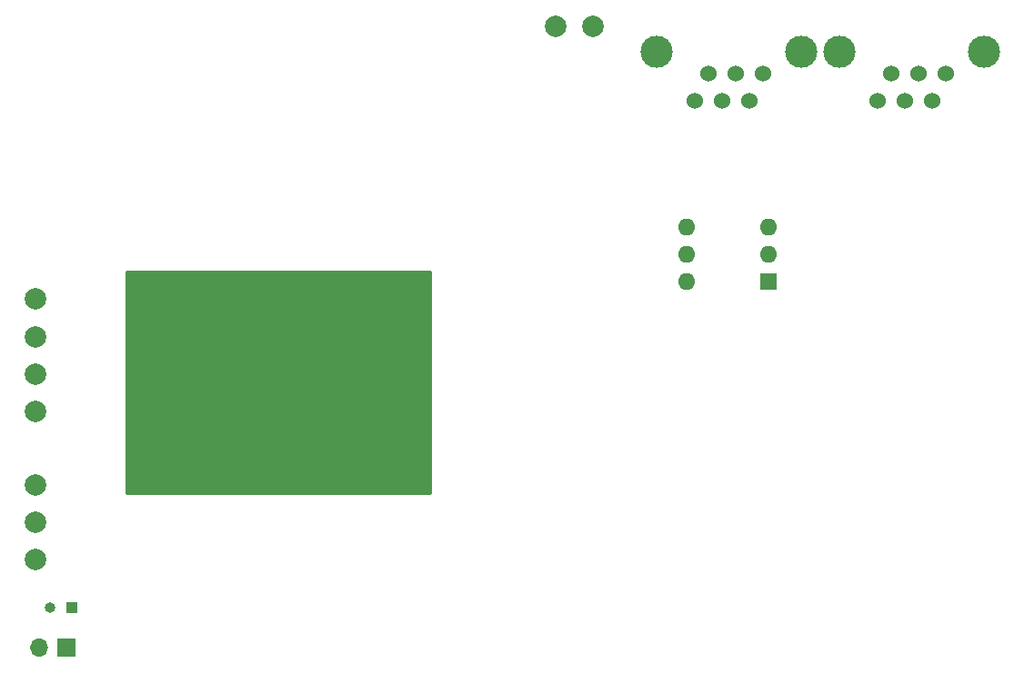
<source format=gbr>
G04 #@! TF.FileFunction,Copper,L2,Bot,Signal*
%FSLAX46Y46*%
G04 Gerber Fmt 4.6, Leading zero omitted, Abs format (unit mm)*
G04 Created by KiCad (PCBNEW 4.0.5) date 01/06/17 14:54:28*
%MOMM*%
%LPD*%
G01*
G04 APERTURE LIST*
%ADD10C,0.100000*%
%ADD11C,1.524000*%
%ADD12C,2.999740*%
%ADD13C,1.998980*%
%ADD14R,1.600000X1.600000*%
%ADD15O,1.600000X1.600000*%
%ADD16R,1.000000X1.000000*%
%ADD17O,1.000000X1.000000*%
%ADD18R,1.700000X1.700000*%
%ADD19O,1.700000X1.700000*%
%ADD20C,0.300000*%
%ADD21C,0.254000*%
G04 APERTURE END LIST*
D10*
D11*
X109842300Y-32512000D03*
X112382300Y-32512000D03*
X107302300Y-32512000D03*
X113652300Y-29972000D03*
X111112300Y-29972000D03*
X108572300Y-29972000D03*
D12*
X103746300Y-27940000D03*
X117208300Y-27940000D03*
D11*
X92824300Y-32512000D03*
X95364300Y-32512000D03*
X90284300Y-32512000D03*
X96634300Y-29972000D03*
X94094300Y-29972000D03*
X91554300Y-29972000D03*
D12*
X86728300Y-27940000D03*
X100190300Y-27940000D03*
D13*
X28905200Y-54523640D03*
X28905200Y-51023520D03*
X28905200Y-58023760D03*
X28905200Y-61523880D03*
X80871060Y-25603200D03*
X77370940Y-25603200D03*
D14*
X97142300Y-49403000D03*
D15*
X89522300Y-44323000D03*
X97142300Y-46863000D03*
X89522300Y-46863000D03*
X97142300Y-44323000D03*
X89522300Y-49403000D03*
D16*
X32283400Y-79794100D03*
D17*
X30283400Y-79794100D03*
D18*
X31775400Y-83540600D03*
D19*
X29235400Y-83540600D03*
D13*
X28968700Y-71831200D03*
X28968700Y-68331080D03*
X28968700Y-75331320D03*
D20*
X56413400Y-58547000D03*
X57150000Y-58547000D03*
X57861200Y-58534300D03*
X57899300Y-60756800D03*
X57086500Y-60744100D03*
X56464200Y-60706000D03*
X57073800Y-60198000D03*
X57061100Y-59651900D03*
X57188100Y-59080400D03*
X57861200Y-59651900D03*
X56451500Y-59664600D03*
X56464200Y-60210700D03*
X56451500Y-59067700D03*
X57899300Y-60210700D03*
X57861200Y-59067700D03*
D21*
G36*
X65659154Y-69151500D02*
X37388954Y-69151500D01*
X37414046Y-48437800D01*
X65684246Y-48437800D01*
X65659154Y-69151500D01*
X65659154Y-69151500D01*
G37*
X65659154Y-69151500D02*
X37388954Y-69151500D01*
X37414046Y-48437800D01*
X65684246Y-48437800D01*
X65659154Y-69151500D01*
M02*

</source>
